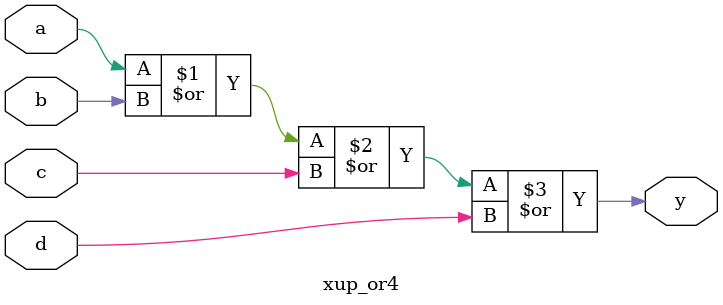
<source format=v>
`timescale 1ns / 1ps
module xup_or4 #(parameter DELAY = 3)(
    input wire a,
    input wire b,
    input wire c,
    input wire d,
    output wire y
    );
    
    or #DELAY (y,a,b,c,d);
    
endmodule

</source>
